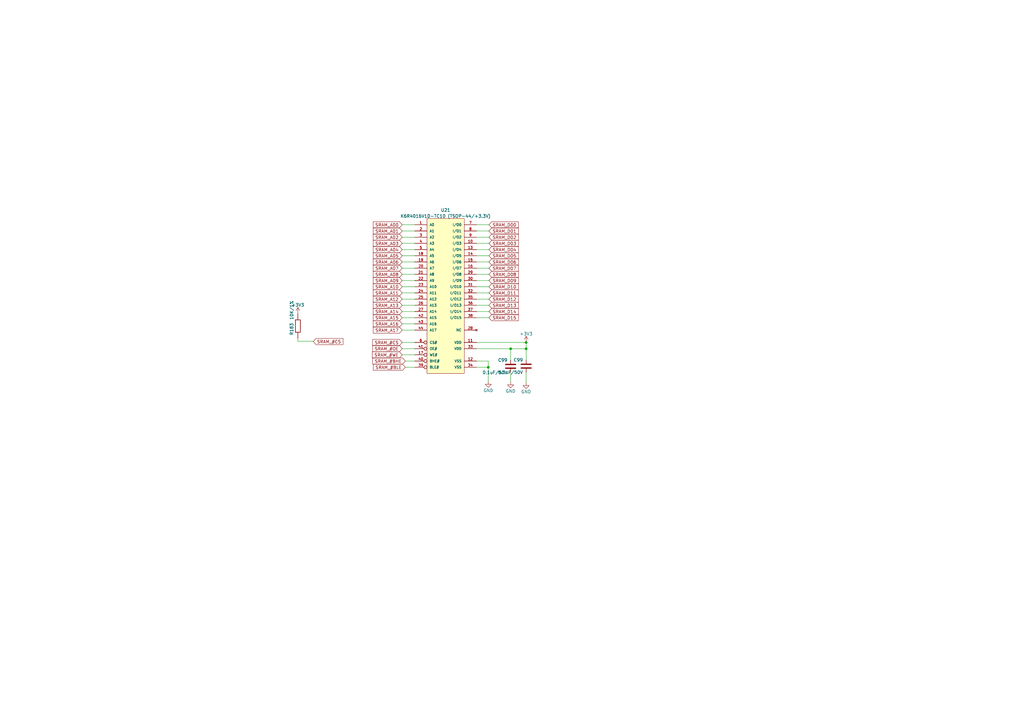
<source format=kicad_sch>
(kicad_sch (version 20230121) (generator eeschema)
  (paper "A3")
  (title_block (title "ПИР СЦХ-254 \"Карно\"\n(Karnix ASB-254)") (date "2024-01-15") (rev "V1.1") (company "ООО \"Фабмикро\"") (comment 1 "ФМТД.466961.029 Э3") (comment 2 "Залата Р.Н."))
  (lib_symbols
    (symbol "Fabmicro:+3V3" (power) (pin_names (offset 0))
      (property "Value" "+3V3" (at 0 3.556 0))
      (symbol "+3V3_0_1"
        (polyline (pts (xy -0.762 1.27) (xy 0 2.54)))
        (polyline (pts (xy 0 0) (xy 0 2.54)))
        (polyline (pts (xy 0 2.54) (xy 0.762 1.27)))
      )
      (symbol "+3V3_1_1"
        (pin power_in line (at 0 0 90) (length 0) hide (name "+3V3") (number "1"))
      )
    )
    (symbol "Fabmicro:CapacitorUnpolarized" (pin_numbers hide) (pin_names (offset 0.254))
      (property "Reference" "C" (at -2.54 0.635 90))
      (property "Value" "CapacitorUnpolarized" (at 2.54 0.635 90))
      (symbol "CapacitorUnpolarized_0_1"
        (polyline (pts (xy -0.762 -2.032) (xy -0.762 2.032)) (stroke (width 0.508)))
        (polyline (pts (xy 0.762 -2.032) (xy 0.762 2.032)) (stroke (width 0.508)))
      )
      (symbol "CapacitorUnpolarized_1_1"
        (pin passive line (at -2.54 0 0) (length 1.524) (name "~") (number "1"))
        (pin passive line (at 2.54 0 180) (length 1.524) (name "~") (number "2"))
      )
    )
    (symbol "Fabmicro:K6R4016V1D-TC10(TSOP-44)" (pin_names (offset 1.016))
      (property "Reference" "U" (at -6.985 31.115 0))
      (property "Value" "K6R4016V1D-TC10(TSOP-44)" (at -14.605 -35.56 0))
      (symbol "K6R4016V1D-TC10(TSOP-44)_0_1"
        (rectangle (start -7.62 -33.02) (end 7.62 30.48) (fill (type background)))
      )
      (symbol "K6R4016V1D-TC10(TSOP-44)_1_1"
        (pin input line (at -12.7 27.94 0) (length 5.08) (name "A0") (number "1"))
        (pin bidirectional line (at 12.7 20.32 180) (length 5.08) (name "I/O3") (number "10"))
        (pin power_in line (at 12.7 -20.32 180) (length 5.08) (name "VDD") (number "11"))
        (pin power_in line (at 12.7 -27.94 180) (length 5.08) (name "VSS") (number "12"))
        (pin bidirectional line (at 12.7 17.78 180) (length 5.08) (name "I/O4") (number "13"))
        (pin bidirectional line (at 12.7 15.24 180) (length 5.08) (name "I/O5") (number "14"))
        (pin bidirectional line (at 12.7 12.7 180) (length 5.08) (name "I/O6") (number "15"))
        (pin bidirectional line (at 12.7 10.16 180) (length 5.08) (name "I/O7") (number "16"))
        (pin input inverted (at -12.7 -25.4 0) (length 5.08) (name "WE#") (number "17"))
        (pin input line (at -12.7 15.24 0) (length 5.08) (name "A5") (number "18"))
        (pin input line (at -12.7 12.7 0) (length 5.08) (name "A6") (number "19"))
        (pin input line (at -12.7 25.4 0) (length 5.08) (name "A1") (number "2"))
        (pin input line (at -12.7 10.16 0) (length 5.08) (name "A7") (number "20"))
        (pin input line (at -12.7 7.62 0) (length 5.08) (name "A8") (number "21"))
        (pin input line (at -12.7 5.08 0) (length 5.08) (name "A9") (number "22"))
        (pin input line (at -12.7 2.54 0) (length 5.08) (name "A10") (number "23"))
        (pin input line (at -12.7 0 0) (length 5.08) (name "A11") (number "24"))
        (pin input line (at -12.7 -2.54 0) (length 5.08) (name "A12") (number "25"))
        (pin input line (at -12.7 -5.08 0) (length 5.08) (name "A13") (number "26"))
        (pin input line (at -12.7 -7.62 0) (length 5.08) (name "A14") (number "27"))
        (pin no_connect line (at 12.7 -15.24 180) (length 5.08) (name "NC") (number "28"))
        (pin bidirectional line (at 12.7 7.62 180) (length 5.08) (name "I/O8") (number "29"))
        (pin input line (at -12.7 22.86 0) (length 5.08) (name "A2") (number "3"))
        (pin bidirectional line (at 12.7 5.08 180) (length 5.08) (name "I/O9") (number "30"))
        (pin bidirectional line (at 12.7 2.54 180) (length 5.08) (name "I/O10") (number "31"))
        (pin bidirectional line (at 12.7 0 180) (length 5.08) (name "I/O11") (number "32"))
        (pin power_in line (at 12.7 -22.86 180) (length 5.08) (name "VDD") (number "33"))
        (pin power_in line (at 12.7 -30.48 180) (length 5.08) (name "VSS") (number "34"))
        (pin bidirectional line (at 12.7 -2.54 180) (length 5.08) (name "I/O12") (number "35"))
        (pin bidirectional line (at 12.7 -5.08 180) (length 5.08) (name "I/O13") (number "36"))
        (pin bidirectional line (at 12.7 -7.62 180) (length 5.08) (name "I/O14") (number "37"))
        (pin bidirectional line (at 12.7 -10.16 180) (length 5.08) (name "I/O15") (number "38"))
        (pin input inverted (at -12.7 -30.48 0) (length 5.08) (name "BLE#") (number "39"))
        (pin input line (at -12.7 20.32 0) (length 5.08) (name "A3") (number "4"))
        (pin input inverted (at -12.7 -27.94 0) (length 5.08) (name "BHE#") (number "40"))
        (pin input inverted (at -12.7 -22.86 0) (length 5.08) (name "OE#") (number "41"))
        (pin input line (at -12.7 -10.16 0) (length 5.08) (name "A15") (number "42"))
        (pin input line (at -12.7 -12.7 0) (length 5.08) (name "A16") (number "43"))
        (pin input line (at -12.7 -15.24 0) (length 5.08) (name "A17") (number "44"))
        (pin input line (at -12.7 17.78 0) (length 5.08) (name "A4") (number "5"))
        (pin input inverted (at -12.7 -20.32 0) (length 5.08) (name "CS#") (number "6"))
        (pin bidirectional line (at 12.7 27.94 180) (length 5.08) (name "I/O0") (number "7"))
        (pin bidirectional line (at 12.7 25.4 180) (length 5.08) (name "I/O1") (number "8"))
        (pin bidirectional line (at 12.7 22.86 180) (length 5.08) (name "I/O2") (number "9"))
      )
    )
    (symbol "Fabmicro:Resistor" (pin_numbers hide) (pin_names (offset 0))
      (property "Reference" "R" (at 0 2.032 0))
      (property "Value" "Resistor" (at 0 0 0))
      (symbol "Resistor_0_1"
        (rectangle (start 2.54 -1.016) (end -2.54 1.016) (stroke (width 0.254)))
      )
      (symbol "Resistor_1_1"
        (pin passive line (at -5.08 0 0) (length 2.54) (name "~") (number "1"))
        (pin passive line (at 5.08 0 180) (length 2.54) (name "~") (number "2"))
      )
    )
    (symbol "power:GND" (power) (pin_names (offset 0))
      (property "Value" "GND" (at 0 -3.81 0))
      (symbol "GND_0_1"
        (polyline (pts (xy 0 0) (xy 0 -1.27) (xy 1.27 -1.27) (xy 0 -2.54) (xy -1.27 -1.27) (xy 0 -1.27)))
      )
      (symbol "GND_1_1"
        (pin power_in line (at 0 0 270) (length 0) hide (name "GND") (number "1"))
      )
    )
  )
  (junction (at 200.279 150.622))
  (junction (at 215.7962 143.0414))
  (junction (at 215.7962 140.462))
  (junction (at 209.423 143.0414))
  (wire (pts (xy 164.973 140.462) (xy 170.053 140.462)))
  (wire (pts (xy 164.973 92.202) (xy 170.053 92.202)))
  (wire (pts (xy 200.279 148.082) (xy 200.279 150.622)))
  (wire (pts (xy 200.533 94.742) (xy 195.453 94.742)))
  (wire (pts (xy 164.973 130.302) (xy 170.053 130.302)))
  (wire (pts (xy 195.453 143.002) (xy 209.423 143.002)))
  (wire (pts (xy 200.533 117.602) (xy 195.453 117.602)))
  (wire (pts (xy 164.973 117.602) (xy 170.053 117.602)))
  (wire (pts (xy 200.533 112.522) (xy 195.453 112.522)))
  (wire (pts (xy 195.453 140.462) (xy 215.7962 140.462)))
  (wire (pts (xy 164.973 115.062) (xy 170.053 115.062)))
  (wire (pts (xy 200.533 122.682) (xy 195.453 122.682)))
  (wire (pts (xy 164.973 122.682) (xy 170.053 122.682)))
  (wire (pts (xy 128.524 139.954) (xy 122.174 139.954)))
  (wire (pts (xy 164.973 132.842) (xy 170.053 132.842)))
  (wire (pts (xy 209.423 143.0414) (xy 215.7962 143.0414)))
  (wire (pts (xy 166.243 148.082) (xy 170.053 148.082)))
  (wire (pts (xy 164.973 109.982) (xy 170.053 109.982)))
  (wire (pts (xy 164.973 104.902) (xy 170.053 104.902)))
  (wire (pts (xy 164.973 135.382) (xy 170.053 135.382)))
  (wire (pts (xy 200.533 97.282) (xy 195.453 97.282)))
  (wire (pts (xy 164.973 120.142) (xy 170.053 120.142)))
  (wire (pts (xy 164.973 145.542) (xy 170.053 145.542)))
  (wire (pts (xy 164.973 107.442) (xy 170.053 107.442)))
  (wire (pts (xy 200.533 125.222) (xy 195.453 125.222)))
  (wire (pts (xy 209.423 156.591) (xy 209.423 152.781)))
  (wire (pts (xy 128.524 140.081) (xy 128.524 139.954)))
  (wire (pts (xy 164.973 102.362) (xy 170.053 102.362)))
  (wire (pts (xy 164.973 97.282) (xy 170.053 97.282)))
  (wire (pts (xy 200.279 156.337) (xy 200.279 150.622)))
  (wire (pts (xy 195.453 148.082) (xy 200.279 148.082)))
  (wire (pts (xy 122.174 139.954) (xy 122.174 138.811)))
  (wire (pts (xy 209.423 143.002) (xy 209.423 143.0414)))
  (wire (pts (xy 200.533 99.822) (xy 195.453 99.822)))
  (wire (pts (xy 200.533 109.982) (xy 195.453 109.982)))
  (wire (pts (xy 164.973 125.222) (xy 170.053 125.222)))
  (wire (pts (xy 215.7962 143.0414) (xy 215.7962 147.6348)))
  (wire (pts (xy 200.533 127.762) (xy 195.453 127.762)))
  (wire (pts (xy 164.973 94.742) (xy 170.053 94.742)))
  (wire (pts (xy 200.533 104.902) (xy 195.453 104.902)))
  (wire (pts (xy 164.973 99.822) (xy 170.053 99.822)))
  (wire (pts (xy 200.533 102.362) (xy 195.453 102.362)))
  (wire (pts (xy 166.243 150.622) (xy 170.053 150.622)))
  (wire (pts (xy 164.973 112.522) (xy 170.053 112.522)))
  (wire (pts (xy 215.773 152.7148) (xy 215.7962 152.7148)))
  (wire (pts (xy 200.533 92.202) (xy 195.453 92.202)))
  (wire (pts (xy 200.533 107.442) (xy 195.453 107.442)))
  (wire (pts (xy 164.973 143.002) (xy 170.053 143.002)))
  (wire (pts (xy 200.533 130.302) (xy 195.453 130.302)))
  (wire (pts (xy 200.533 115.062) (xy 195.453 115.062)))
  (wire (pts (xy 164.973 127.762) (xy 170.053 127.762)))
  (wire (pts (xy 200.279 150.622) (xy 195.453 150.622)))
  (wire (pts (xy 215.7962 140.462) (xy 215.7962 143.0414)))
  (wire (pts (xy 209.423 143.0414) (xy 209.423 147.701)))
  (wire (pts (xy 200.533 120.142) (xy 195.453 120.142)))
  (wire (pts (xy 215.773 156.845) (xy 215.773 152.7148)))
  (global_label "SRAM_A09" (shape input) (at 164.973 115.062 180) (property "Intersheetrefs" "${INTERSHEET_REFS}" (effects hide)))
  (global_label "SRAM_D06" (shape input) (at 200.533 107.442 0) (property "Intersheetrefs" "${INTERSHEET_REFS}" (effects hide)))
  (global_label "SRAM_D05" (shape input) (at 200.533 104.902 0) (property "Intersheetrefs" "${INTERSHEET_REFS}" (effects hide)))
  (global_label "SRAM_A06" (shape input) (at 164.973 107.442 180) (property "Intersheetrefs" "${INTERSHEET_REFS}" (effects hide)))
  (global_label "SRAM_#CS" (shape input) (at 128.524 140.081 0) (property "Intersheetrefs" "${INTERSHEET_REFS}" (effects hide)))
  (global_label "SRAM_D02" (shape input) (at 200.533 97.282 0) (property "Intersheetrefs" "${INTERSHEET_REFS}" (effects hide)))
  (global_label "SRAM_D13" (shape input) (at 200.533 125.222 0) (property "Intersheetrefs" "${INTERSHEET_REFS}" (effects hide)))
  (global_label "SRAM_#BHE" (shape input) (at 166.243 148.082 180) (property "Intersheetrefs" "${INTERSHEET_REFS}" (effects hide)))
  (global_label "SRAM_A17" (shape input) (at 164.973 135.382 180) (property "Intersheetrefs" "${INTERSHEET_REFS}" (effects hide)))
  (global_label "SRAM_#BLE" (shape input) (at 166.243 150.622 180) (property "Intersheetrefs" "${INTERSHEET_REFS}" (effects hide)))
  (global_label "SRAM_D08" (shape input) (at 200.533 112.522 0) (property "Intersheetrefs" "${INTERSHEET_REFS}" (effects hide)))
  (global_label "SRAM_A00" (shape input) (at 164.973 92.202 180) (property "Intersheetrefs" "${INTERSHEET_REFS}" (effects hide)))
  (global_label "SRAM_A14" (shape input) (at 164.973 127.762 180) (property "Intersheetrefs" "${INTERSHEET_REFS}" (effects hide)))
  (global_label "SRAM_D00" (shape input) (at 200.533 92.202 0) (property "Intersheetrefs" "${INTERSHEET_REFS}" (effects hide)))
  (global_label "SRAM_A10" (shape input) (at 164.973 117.602 180) (property "Intersheetrefs" "${INTERSHEET_REFS}" (effects hide)))
  (global_label "SRAM_D12" (shape input) (at 200.533 122.682 0) (property "Intersheetrefs" "${INTERSHEET_REFS}" (effects hide)))
  (global_label "SRAM_D04" (shape input) (at 200.533 102.362 0) (property "Intersheetrefs" "${INTERSHEET_REFS}" (effects hide)))
  (global_label "SRAM_A01" (shape input) (at 164.973 94.742 180) (property "Intersheetrefs" "${INTERSHEET_REFS}" (effects hide)))
  (global_label "SRAM_A07" (shape input) (at 164.973 109.982 180) (property "Intersheetrefs" "${INTERSHEET_REFS}" (effects hide)))
  (global_label "SRAM_D07" (shape input) (at 200.533 109.982 0) (property "Intersheetrefs" "${INTERSHEET_REFS}" (effects hide)))
  (global_label "SRAM_D11" (shape input) (at 200.533 120.142 0) (property "Intersheetrefs" "${INTERSHEET_REFS}" (effects hide)))
  (global_label "SRAM_D01" (shape input) (at 200.533 94.742 0) (property "Intersheetrefs" "${INTERSHEET_REFS}" (effects hide)))
  (global_label "SRAM_D10" (shape input) (at 200.533 117.602 0) (property "Intersheetrefs" "${INTERSHEET_REFS}" (effects hide)))
  (global_label "SRAM_D03" (shape input) (at 200.533 99.822 0) (property "Intersheetrefs" "${INTERSHEET_REFS}" (effects hide)))
  (global_label "SRAM_A16" (shape input) (at 164.973 132.842 180) (property "Intersheetrefs" "${INTERSHEET_REFS}" (effects hide)))
  (global_label "SRAM_#OE" (shape input) (at 164.973 143.002 180) (property "Intersheetrefs" "${INTERSHEET_REFS}" (effects hide)))
  (global_label "SRAM_A11" (shape input) (at 164.973 120.142 180) (property "Intersheetrefs" "${INTERSHEET_REFS}" (effects hide)))
  (global_label "SRAM_D15" (shape input) (at 200.533 130.302 0) (property "Intersheetrefs" "${INTERSHEET_REFS}" (effects hide)))
  (global_label "SRAM_A13" (shape input) (at 164.973 125.222 180) (property "Intersheetrefs" "${INTERSHEET_REFS}" (effects hide)))
  (global_label "SRAM_A05" (shape input) (at 164.973 104.902 180) (property "Intersheetrefs" "${INTERSHEET_REFS}" (effects hide)))
  (global_label "SRAM_A02" (shape input) (at 164.973 97.282 180) (property "Intersheetrefs" "${INTERSHEET_REFS}" (effects hide)))
  (global_label "SRAM_A08" (shape input) (at 164.973 112.522 180) (property "Intersheetrefs" "${INTERSHEET_REFS}" (effects hide)))
  (global_label "SRAM_#CS" (shape input) (at 164.973 140.462 180) (property "Intersheetrefs" "${INTERSHEET_REFS}" (effects hide)))
  (global_label "SRAM_A03" (shape input) (at 164.973 99.822 180) (property "Intersheetrefs" "${INTERSHEET_REFS}" (effects hide)))
  (global_label "SRAM_A12" (shape input) (at 164.973 122.682 180) (property "Intersheetrefs" "${INTERSHEET_REFS}" (effects hide)))
  (global_label "SRAM_A04" (shape input) (at 164.973 102.362 180) (property "Intersheetrefs" "${INTERSHEET_REFS}" (effects hide)))
  (global_label "SRAM_D09" (shape input) (at 200.533 115.062 0) (property "Intersheetrefs" "${INTERSHEET_REFS}" (effects hide)))
  (global_label "SRAM_A15" (shape input) (at 164.973 130.302 180) (property "Intersheetrefs" "${INTERSHEET_REFS}" (effects hide)))
  (global_label "SRAM_D14" (shape input) (at 200.533 127.762 0) (property "Intersheetrefs" "${INTERSHEET_REFS}" (effects hide)))
  (global_label "SRAM_#WE" (shape input) (at 164.973 145.542 180) (property "Intersheetrefs" "${INTERSHEET_REFS}" (effects hide)))
  (symbol (lib_id "Fabmicro:+3V3") (at 122.174 128.651 0) (unit 1)
    (property "Reference" "#PWR050" (effects hide))
    (property "Value" "+3V3" (at 122.174 125.0839 0))
    (instances (project "Karnix_ASB" (path "" (reference "#PWR050") (unit 1)) (path "" (reference "#PWR0246") (unit 1)) (path "" (reference "#PWR0252") (unit 1))))
  )
  (symbol (lib_id "Fabmicro:+3V3") (at 215.7962 140.462 0) (unit 1)
    (property "Reference" "#PWR050" (effects hide))
    (property "Value" "+3V3" (at 215.7962 136.8949 0))
    (instances (project "Karnix_ASB" (path "" (reference "#PWR050") (unit 1)) (path "" (reference "#PWR0246") (unit 1)) (path "" (reference "#PWR0255") (unit 1))))
  )
  (symbol (lib_id "power:GND") (at 215.773 156.845 0) (unit 1)
    (property "Reference" "#PWR0251" (effects hide))
    (property "Value" "GND" (at 215.773 160.655 0))
    (instances (project "Karnix_ASB" (path "" (reference "#PWR0251") (unit 1)) (path "" (reference "#PWR0254") (unit 1))))
  )
  (symbol (lib_id "power:GND") (at 200.279 156.337 0) (unit 1)
    (property "Reference" "#PWR0251" (effects hide))
    (property "Value" "GND" (at 200.279 160.147 0))
    (instances (project "Karnix_ASB" (path "" (reference "#PWR0251") (unit 1)) (path "" (reference "#PWR0247") (unit 1))))
  )
  (symbol (lib_id "Fabmicro:K6R4016V1D-TC10(TSOP-44)") (at 182.753 120.142 0) (unit 1)
    (property "Reference" "U21" (at 182.753 86.1715 0))
    (property "Value" "K6R4016V1D-TC10 (TSOP-44/+3.3V)" (at 182.753 88.635 0))
    (property "Footprint" "Package_SO:TSOP-II-44_10.16x18.41mm_P0.8mm" (effects hide))
    (property "Mfr. Part Number" "K6R4016V1D-TC10" (effects hide))
  )
  (symbol (lib_id "Fabmicro:CapacitorUnpolarized") (at 209.423 150.241 90) (mirror x) (unit 1)
    (property "Reference" "C99" (at 208.153 147.701 90) (effects (justify left)))
    (property "Value" "0.1uF/50V" (at 208.153 152.781 90) (effects (justify left)))
    (property "Footprint" "Capacitor_SMD:C_0402_1005Metric" (effects hide))
    (property "Mfr. Part Number" "CC0402KRX7R9BB104" (effects hide))
    (property "Supplier" "Fabmicro" (effects hide))
    (instances (project "Karnix_ASB" (path "" (reference "C99") (unit 1)) (path "" (reference "C100") (unit 1))))
  )
  (symbol (lib_id "Fabmicro:CapacitorUnpolarized") (at 215.7962 150.1748 90) (mirror x) (unit 1)
    (property "Reference" "C99" (at 214.5262 147.6348 90) (effects (justify left)))
    (property "Value" "0.1uF/50V" (at 214.5262 152.7148 90) (effects (justify left)))
    (property "Footprint" "Capacitor_SMD:C_0402_1005Metric" (effects hide))
    (property "Mfr. Part Number" "CC0402KRX7R9BB104" (effects hide))
    (property "Supplier" "Fabmicro" (effects hide))
    (instances (project "Karnix_ASB" (path "" (reference "C99") (unit 1)) (path "" (reference "C103") (unit 1))))
  )
  (symbol (lib_id "power:GND") (at 209.423 156.591 0) (unit 1)
    (property "Reference" "#PWR0251" (effects hide))
    (property "Value" "GND" (at 209.423 160.401 0))
    (instances (project "Karnix_ASB" (path "" (reference "#PWR0251") (unit 1)) (path "" (reference "#PWR0253") (unit 1))))
  )
  (symbol (lib_id "Fabmicro:Resistor") (at 122.174 133.731 90) (unit 1)
    (property "Reference" "R183" (at 119.634 137.541 0) (effects (justify left)))
    (property "Value" "10K/1%" (at 119.634 131.191 0) (effects (justify left)))
    (property "Footprint" "Resistor_SMD:R_0402_1005Metric" (effects hide))
    (property "Mfr. Part Number" "RC0402FR-0710KL" (effects hide))
    (property "Supplier" "Fabmicro" (effects hide))
    (instances (project "Karnix_ASB" (path "" (reference "R183") (unit 1)) (path "" (reference "R173") (unit 1))))
  )
)
</source>
